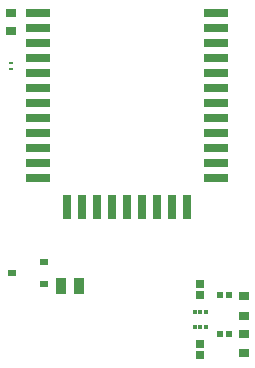
<source format=gtp>
G04*
G04 #@! TF.GenerationSoftware,Altium Limited,Altium Designer,24.5.2 (23)*
G04*
G04 Layer_Color=8421504*
%FSLAX44Y44*%
%MOMM*%
G71*
G04*
G04 #@! TF.SameCoordinates,2FE71BF4-1BC5-4688-A169-50693282DBDC*
G04*
G04*
G04 #@! TF.FilePolarity,Positive*
G04*
G01*
G75*
%ADD17R,2.0000X0.8000*%
%ADD18R,0.8000X2.0000*%
%ADD19R,0.6500X0.7000*%
%ADD20R,0.3000X0.4500*%
%ADD21R,0.5153X0.4725*%
%ADD22R,0.9500X0.7700*%
%ADD23R,0.9500X1.3500*%
%ADD24R,0.7500X0.6000*%
%ADD25R,0.9000X0.7500*%
%ADD26R,0.3000X0.2700*%
D17*
X290830Y1299210D02*
D03*
Y1286510D02*
D03*
Y1273810D02*
D03*
Y1261110D02*
D03*
Y1248410D02*
D03*
Y1235710D02*
D03*
Y1223010D02*
D03*
Y1210310D02*
D03*
Y1197610D02*
D03*
Y1184910D02*
D03*
Y1172210D02*
D03*
Y1159510D02*
D03*
X440830D02*
D03*
Y1172210D02*
D03*
Y1184910D02*
D03*
Y1197610D02*
D03*
Y1210310D02*
D03*
Y1223010D02*
D03*
Y1235710D02*
D03*
Y1248410D02*
D03*
Y1261110D02*
D03*
Y1273810D02*
D03*
Y1286510D02*
D03*
Y1299210D02*
D03*
D18*
X315030Y1135110D02*
D03*
X327730D02*
D03*
X340430D02*
D03*
X353130D02*
D03*
X365830D02*
D03*
X378530D02*
D03*
X391230D02*
D03*
X403930D02*
D03*
X416630D02*
D03*
D19*
X427990Y1070280D02*
D03*
Y1060780D02*
D03*
Y1009980D02*
D03*
Y1019480D02*
D03*
D20*
X432990Y1046880D02*
D03*
X427990D02*
D03*
X422990D02*
D03*
Y1033380D02*
D03*
X427990D02*
D03*
X432990D02*
D03*
D21*
X444524Y1060450D02*
D03*
X452096D02*
D03*
X444524Y1027430D02*
D03*
X452096D02*
D03*
D22*
X464820Y1059710D02*
D03*
Y1043410D02*
D03*
Y1027960D02*
D03*
Y1011660D02*
D03*
D23*
X324880Y1068070D02*
D03*
X309880D02*
D03*
D24*
X268690Y1079500D02*
D03*
X295190Y1089000D02*
D03*
Y1070000D02*
D03*
D25*
X267970Y1299470D02*
D03*
Y1283970D02*
D03*
D26*
Y1257610D02*
D03*
Y1251910D02*
D03*
M02*

</source>
